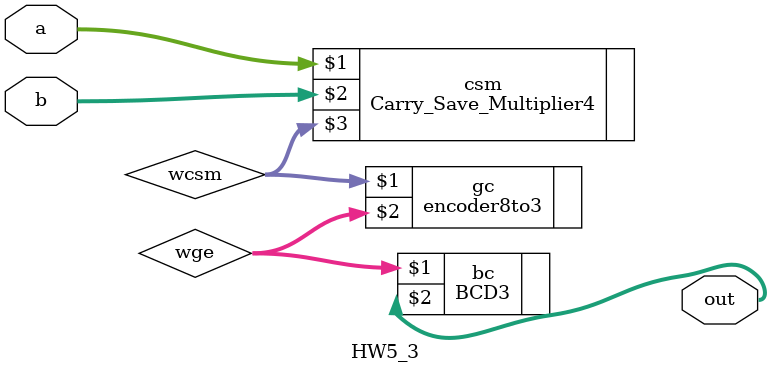
<source format=v>
`timescale 1ns / 1ps

module HW5_3(a, b, out);
input [3:0] a;
input [3:0] b;
output [3:0] out;

wire [7:0] wcsm; //wire from Carry Save Multipler to 8to3 Encoder
wire [2:0] wge; //wire from 8to3 Encoder to BCD Converter


Carry_Save_Multiplier4 csm(a, b, wcsm);
encoder8to3 gc(wcsm, wge);
BCD3 bc(wge,out);

endmodule

</source>
